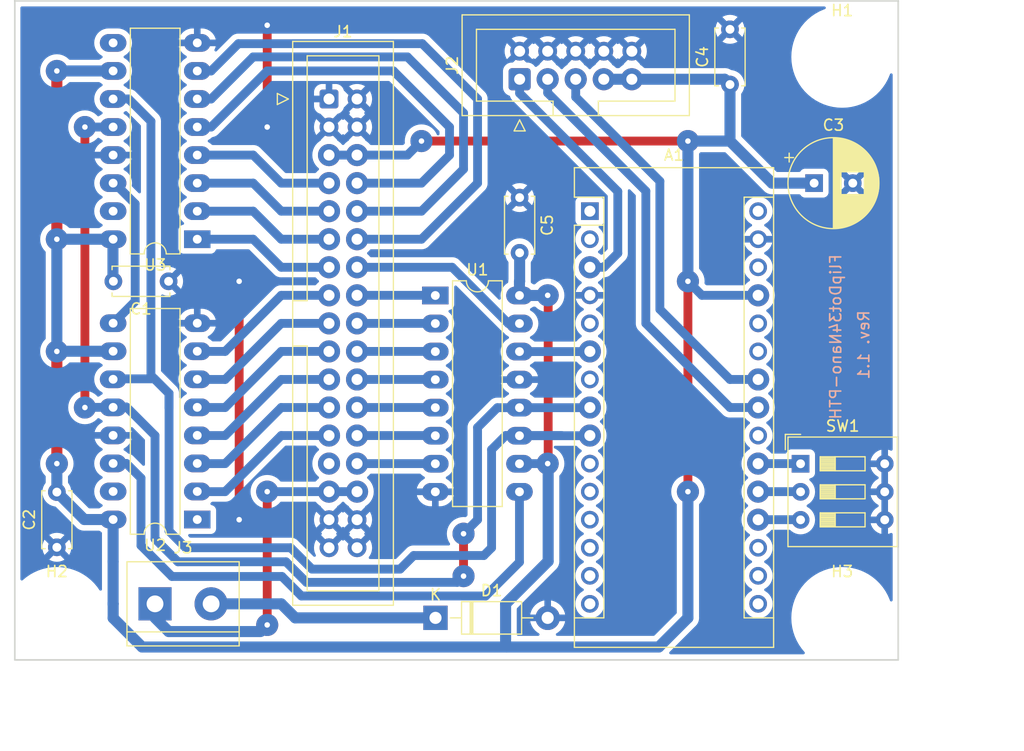
<source format=kicad_pcb>
(kicad_pcb (version 20221018) (generator pcbnew)
  (title_block (title "FlipDot34Nano-PTH") (date "2024-03-15") (rev "1.1"))
  (layers (0 "F.Cu" signal) (31 "B.Cu" signal) (34 "B.Paste" user) (35 "F.Paste" user) (36 "B.SilkS" user "B.Silkscreen") (37 "F.SilkS" user "F.Silkscreen") (38 "B.Mask" user) (39 "F.Mask" user) (44 "Edge.Cuts" user))
  (net 0 "")
  (net 5 "RESET")
  (net 6 "CFG-0")
  (net 7 "GND")
  (net 8 "CFG-1")
  (net 9 "ENABLE-X-1")
  (net 10 "CFG-2")
  (net 11 "ENABLE-X-2")
  (net 13 "ENABLE-X-3")
  (net 14 "SDA")
  (net 15 "ENABLE-X-4")
  (net 16 "SCL")
  (net 17 "ENABLE-X-5")
  (net 19 "ENABLE-X-6")
  (net 21 "ENABLE-X-7")
  (net 22 "Vin")
  (net 23 "ENABLE-X-8")
  (net 27 "A0-X")
  (net 28 "A1-X")
  (net 29 "A2-X")
  (net 30 "B0-X")
  (net 31 "B1-X")
  (net 32 "A0-Y")
  (net 33 "A1-Y")
  (net 34 "A2-Y")
  (net 35 "B0-Y")
  (net 36 "B1-Y")
  (net 38 "Net-(J1-Pad29)")
  (net 39 "DATA-X")
  (net 40 "ENABLE-Y-SET")
  (net 41 "ENABLE-Y-RESET")
  (net 42 "Net-(U1-Pad9)")
  (net 49 "Net-(U2-Pad9)")
  (net 53 "Net-(A1-Pad6)")
  (net 54 "Net-(A1-Pad8)")
  (net 55 "Net-(A1-Pad9)")
  (net 59 "Net-(D1-Pad1)")
  (footprint "Connector_IDC:IDC-Header_2x17_P2.54mm_Vertical" (layer "F.Cu") (at 114.8175 81.28)
    (fp_text reference "J1" (at 1.27 -6.1) (layer "F.SilkS"))
    (fp_text value "FlipDot matrix")
    (pad "1" thru_hole roundrect (at 0 0) (size 1.7 1.7) (drill 1) (layers "*.Cu" "*.Mask") (roundrect_rratio 0.1470588235) (net 7 "GND"))
    (pad "2" thru_hole circle (at 2.54 0) (size 1.7 1.7) (drill 1) (layers "*.Cu" "*.Mask") (net 7 "GND"))
    (pad "3" thru_hole circle (at 0 2.54) (size 1.7 1.7) (drill 1) (layers "*.Cu" "*.Mask") (net 7 "GND"))
    (pad "4" thru_hole circle (at 2.54 2.54) (size 1.7 1.7) (drill 1) (layers "*.Cu" "*.Mask") (net 7 "GND"))
    (pad "5" thru_hole circle (at 0 5.08) (size 2 2) (drill 1) (layers "*.Cu" "*.Mask") (net 22 "Vin"))
    (pad "6" thru_hole circle (at 2.54 5.08) (size 2 2) (drill 1) (layers "*.Cu" "*.Mask") (net 22 "Vin"))
    (pad "7" thru_hole circle (at 0 7.62) (size 2 2) (drill 1) (layers "*.Cu" "*.Mask") (net 27 "A0-X"))
    (pad "8" thru_hole circle (at 2.54 7.62) (size 2 2) (drill 1) (layers "*.Cu" "*.Mask") (net 39 "DATA-X"))
    (pad "9" thru_hole circle (at 0 10.16) (size 2 2) (drill 1) (layers "*.Cu" "*.Mask") (net 28 "A1-X"))
    (pad "10" thru_hole circle (at 2.54 10.16) (size 2 2) (drill 1) (layers "*.Cu" "*.Mask") (net 40 "ENABLE-Y-SET"))
    (pad "11" thru_hole circle (at 0 12.7) (size 2 2) (drill 1) (layers "*.Cu" "*.Mask") (net 29 "A2-X"))
    (pad "12" thru_hole circle (at 2.54 12.7) (size 2 2) (drill 1) (layers "*.Cu" "*.Mask") (net 41 "ENABLE-Y-RESET"))
    (pad "13" thru_hole circle (at 0 15.24) (size 2 2) (drill 1) (layers "*.Cu" "*.Mask") (net 30 "B0-X"))
    (pad "14" thru_hole circle (at 2.54 15.24) (size 2 2) (drill 1) (layers "*.Cu" "*.Mask") (net 9 "ENABLE-X-1"))
    (pad "15" thru_hole circle (at 0 17.78) (size 2 2) (drill 1) (layers "*.Cu" "*.Mask") (net 31 "B1-X"))
    (pad "16" thru_hole circle (at 2.54 17.78) (size 2 2) (drill 1) (layers "*.Cu" "*.Mask") (net 11 "ENABLE-X-2"))
    (pad "17" thru_hole circle (at 0 20.32) (size 2 2) (drill 1) (layers "*.Cu" "*.Mask") (net 32 "A0-Y"))
    (pad "18" thru_hole circle (at 2.54 20.32) (size 2 2) (drill 1) (layers "*.Cu" "*.Mask") (net 13 "ENABLE-X-3"))
    (pad "19" thru_hole circle (at 0 22.86) (size 2 2) (drill 1) (layers "*.Cu" "*.Mask") (net 33 "A1-Y"))
    (pad "20" thru_hole circle (at 2.54 22.86) (size 2 2) (drill 1) (layers "*.Cu" "*.Mask") (net 15 "ENABLE-X-4"))
    (pad "21" thru_hole circle (at 0 25.4) (size 2 2) (drill 1) (layers "*.Cu" "*.Mask") (net 34 "A2-Y"))
    (pad "22" thru_hole circle (at 2.54 25.4) (size 2 2) (drill 1) (layers "*.Cu" "*.Mask") (net 17 "ENABLE-X-5"))
    (pad "23" thru_hole circle (at 0 27.94) (size 2 2) (drill 1) (layers "*.Cu" "*.Mask") (net 35 "B0-Y"))
    (pad "24" thru_hole circle (at 2.54 27.94) (size 2 2) (drill 1) (layers "*.Cu" "*.Mask") (net 19 "ENABLE-X-6"))
    (pad "25" thru_hole circle (at 0 30.48) (size 2 2) (drill 1) (layers "*.Cu" "*.Mask") (net 36 "B1-Y"))
    (pad "26" thru_hole circle (at 2.54 30.48) (size 2 2) (drill 1) (layers "*.Cu" "*.Mask") (net 21 "ENABLE-X-7"))
    (pad "27" thru_hole circle (at 0 33.02) (size 2 2) (drill 1) (layers "*.Cu" "*.Mask"))
    (pad "28" thru_hole circle (at 2.54 33.02) (size 2 2) (drill 1) (layers "*.Cu" "*.Mask") (net 23 "ENABLE-X-8"))
    (pad "29" thru_hole circle (at 0 35.56) (size 2 2) (drill 1) (layers "*.Cu" "*.Mask") (net 38 "Net-(J1-Pad29)"))
    (pad "30" thru_hole circle (at 2.54 35.56) (size 2 2) (drill 1) (layers "*.Cu" "*.Mask") (net 38 "Net-(J1-Pad29)"))
    (pad "31" thru_hole circle (at 0 38.1) (size 1.7 1.7) (drill 1) (layers "*.Cu" "*.Mask") (net 7 "GND"))
    (pad "32" thru_hole circle (at 2.54 38.1) (size 1.7 1.7) (drill 1) (layers "*.Cu" "*.Mask") (net 7 "GND"))
    (pad "33" thru_hole circle (at 0 40.64) (size 1.7 1.7) (drill 1) (layers "*.Cu" "*.Mask") (net 7 "GND"))
    (pad "34" thru_hole circle (at 2.54 40.64) (size 1.7 1.7) (drill 1) (layers "*.Cu" "*.Mask") (net 7 "GND"))
  )
  (footprint "MountingHole:MountingHole_3.2mm_M3" (layer "F.Cu") (at 161.29 77.47)
    (fp_text reference "H1" (at 0 -4.2) (layer "F.SilkS"))
    (fp_text value "MountingHole")
    (pad "" np_thru_hole circle (at 0 0) (size 3.2 3.2) (drill 3.2) (layers "F&B.Cu" "*.Mask") (clearance 3))
  )
  (footprint "Connector_IDC:IDC-Header_2x05_P2.54mm_Vertical" (layer "F.Cu") (at 132.08 79.4925 90)
    (fp_text reference "J2" (at 1.27 -6.1 90) (layer "F.SilkS"))
    (fp_text value "I2C bus")
    (pad "1" thru_hole roundrect (at 0 0 90) (size 2 2) (drill 1) (layers "*.Cu" "*.Mask") (roundrect_rratio 0.147059) (net 5 "RESET"))
    (pad "2" thru_hole circle (at 2.54 0 90) (size 1.7 1.7) (drill 1) (layers "*.Cu" "*.Mask") (net 7 "GND"))
    (pad "3" thru_hole circle (at 0 2.54 90) (size 2 2) (drill 1) (layers "*.Cu" "*.Mask") (net 14 "SDA"))
    (pad "4" thru_hole circle (at 2.54 2.54 90) (size 1.7 1.7) (drill 1) (layers "*.Cu" "*.Mask") (net 7 "GND"))
    (pad "5" thru_hole circle (at 0 5.08 90) (size 2 2) (drill 1) (layers "*.Cu" "*.Mask") (net 16 "SCL"))
    (pad "6" thru_hole circle (at 2.54 5.08 90) (size 1.7 1.7) (drill 1) (layers "*.Cu" "*.Mask") (net 7 "GND"))
    (pad "7" thru_hole circle (at 0 7.62 90) (size 2 2) (drill 1) (layers "*.Cu" "*.Mask") (net 22 "Vin"))
    (pad "8" thru_hole circle (at 2.54 7.62 90) (size 1.7 1.7) (drill 1) (layers "*.Cu" "*.Mask") (net 7 "GND"))
    (pad "9" thru_hole circle (at 0 10.16 90) (size 2 2) (drill 1) (layers "*.Cu" "*.Mask") (net 22 "Vin"))
    (pad "10" thru_hole circle (at 2.54 10.16 90) (size 1.7 1.7) (drill 1) (layers "*.Cu" "*.Mask") (net 7 "GND"))
  )
  (footprint "Button_Switch_THT:SW_DIP_SPSTx03_Slide_9.78x9.8mm_W7.62mm_P2.54mm" (layer "F.Cu") (at 157.5225 114.315)
    (fp_text reference "SW1" (at 3.81 -3.42) (layer "F.SilkS"))
    (fp_text value "SW_DIP_x03")
    (pad "1" thru_hole rect (at 0 0) (size 1.6 1.6) (drill 0.8) (layers "*.Cu" "*.Mask") (net 10 "CFG-2"))
    (pad "2" thru_hole oval (at 0 2.54) (size 1.6 1.6) (drill 0.8) (layers "*.Cu" "*.Mask") (net 8 "CFG-1"))
    (pad "3" thru_hole oval (at 0 5.08) (size 1.6 1.6) (drill 0.8) (layers "*.Cu" "*.Mask") (net 6 "CFG-0"))
    (pad "4" thru_hole oval (at 7.62 5.08) (size 1.6 1.6) (drill 0.8) (layers "*.Cu" "*.Mask") (net 7 "GND"))
    (pad "5" thru_hole oval (at 7.62 2.54) (size 1.6 1.6) (drill 0.8) (layers "*.Cu" "*.Mask") (net 7 "GND"))
    (pad "6" thru_hole oval (at 7.62 0) (size 1.6 1.6) (drill 0.8) (layers "*.Cu" "*.Mask") (net 7 "GND"))
  )
  (footprint "Diode_THT:D_DO-41_SOD81_P10.16mm_Horizontal" (layer "F.Cu") (at 124.46 128.27)
    (fp_text reference "D1" (at 5.08 -2.47) (layer "F.SilkS"))
    (fp_text value "1N5819")
    (fp_text user "K" (at 0 -2.1) (layer "F.SilkS"))
    (pad "1" thru_hole rect (at 0 0) (size 2.2 2.2) (drill 1.1) (layers "*.Cu" "*.Mask") (net 59 "Net-(D1-Pad1)"))
    (pad "2" thru_hole oval (at 10.16 0) (size 2.2 2.2) (drill 1.1) (layers "*.Cu" "*.Mask") (net 7 "GND"))
  )
  (footprint "Package_DIP:DIP-16_W7.62mm_LongPads" (layer "F.Cu") (at 102.885 93.98 180)
    (fp_text reference "U3" (at 3.81 -2.33) (layer "F.SilkS"))
    (fp_text value "74HC595")
    (pad "1" thru_hole rect (at 0 0 180) (size 2.4 1.6) (drill 0.8) (layers "*.Cu" "*.Mask") (net 30 "B0-X"))
    (pad "2" thru_hole oval (at 0 2.54 180) (size 2.4 1.6) (drill 0.8) (layers "*.Cu" "*.Mask") (net 29 "A2-X"))
    (pad "3" thru_hole oval (at 0 5.08 180) (size 2.4 1.6) (drill 0.8) (layers "*.Cu" "*.Mask") (net 28 "A1-X"))
    (pad "4" thru_hole oval (at 0 7.62 180) (size 2.4 1.6) (drill 0.8) (layers "*.Cu" "*.Mask") (net 27 "A0-X"))
    (pad "5" thru_hole oval (at 0 10.16 180) (size 2.4 1.6) (drill 0.8) (layers "*.Cu" "*.Mask") (net 39 "DATA-X"))
    (pad "6" thru_hole oval (at 0 12.7 180) (size 2.4 1.6) (drill 0.8) (layers "*.Cu" "*.Mask") (net 40 "ENABLE-Y-SET"))
    (pad "7" thru_hole oval (at 0 15.24 180) (size 2.4 1.6) (drill 0.8) (layers "*.Cu" "*.Mask") (net 41 "ENABLE-Y-RESET"))
    (pad "8" thru_hole oval (at 0 17.78 180) (size 2.4 1.6) (drill 0.8) (layers "*.Cu" "*.Mask") (net 7 "GND"))
    (pad "9" thru_hole oval (at 7.62 17.78 180) (size 2.4 1.6) (drill 0.8) (layers "*.Cu" "*.Mask"))
    (pad "10" thru_hole oval (at 7.62 15.24 180) (size 2.4 1.6) (drill 0.8) (layers "*.Cu" "*.Mask") (net 22 "Vin"))
    (pad "11" thru_hole oval (at 7.62 12.7 180) (size 2.4 1.6) (drill 0.8) (layers "*.Cu" "*.Mask") (net 55 "Net-(A1-Pad9)"))
    (pad "12" thru_hole oval (at 7.62 10.16 180) (size 2.4 1.6) (drill 0.8) (layers "*.Cu" "*.Mask") (net 54 "Net-(A1-Pad8)"))
    (pad "13" thru_hole oval (at 7.62 7.62 180) (size 2.4 1.6) (drill 0.8) (layers "*.Cu" "*.Mask") (net 7 "GND"))
    (pad "14" thru_hole oval (at 7.62 5.08 180) (size 2.4 1.6) (drill 0.8) (layers "*.Cu" "*.Mask") (net 49 "Net-(U2-Pad9)"))
    (pad "15" thru_hole oval (at 7.62 2.54 180) (size 2.4 1.6) (drill 0.8) (layers "*.Cu" "*.Mask"))
    (pad "16" thru_hole oval (at 7.62 0 180) (size 2.4 1.6) (drill 0.8) (layers "*.Cu" "*.Mask") (net 22 "Vin"))
  )
  (footprint "Capacitor_THT:CP_Radial_D8.0mm_P3.50mm" (layer "F.Cu") (at 158.75 88.9)
    (fp_text reference "C3" (at 1.75 -5.25) (layer "F.SilkS"))
    (fp_text value "100uF")
    (pad "1" thru_hole rect (at 0 0) (size 1.6 1.6) (drill 0.8) (layers "*.Cu" "*.Mask") (net 22 "Vin"))
    (pad "2" thru_hole circle (at 3.5 0) (size 1.6 1.6) (drill 0.8) (layers "*.Cu" "*.Mask") (net 7 "GND"))
  )
  (footprint "MountingHole:MountingHole_3.2mm_M3" (layer "F.Cu") (at 161.29 128.27)
    (fp_text reference "H3" (at 0 -4.2) (layer "F.SilkS"))
    (fp_text value "MountingHole")
    (pad "" np_thru_hole circle (at 0 0) (size 3.2 3.2) (drill 3.2) (layers "F&B.Cu" "*.Mask") (clearance 3))
  )
  (footprint "Capacitor_THT:C_Disc_D5.0mm_W2.5mm_P5.00mm" (layer "F.Cu") (at 151.13 79.97 90)
    (fp_text reference "C4" (at 2.5 -2.5 90) (layer "F.SilkS"))
    (fp_text value "100n")
    (pad "1" thru_hole circle (at 0 0 90) (size 1.6 1.6) (drill 0.8) (layers "*.Cu" "*.Mask") (net 22 "Vin"))
    (pad "2" thru_hole circle (at 5 0 90) (size 1.6 1.6) (drill 0.8) (layers "*.Cu" "*.Mask") (net 7 "GND"))
  )
  (footprint "Package_DIP:DIP-16_W7.62mm_LongPads" (layer "F.Cu") (at 102.885 119.365 180)
    (fp_text reference "U2" (at 3.81 -2.33) (layer "F.SilkS"))
    (fp_text value "74HC595")
    (pad "1" thru_hole rect (at 0 0 180) (size 2.4 1.6) (drill 0.8) (layers "*.Cu" "*.Mask"))
    (pad "2" thru_hole oval (at 0 2.54 180) (size 2.4 1.6) (drill 0.8) (layers "*.Cu" "*.Mask") (net 36 "B1-Y"))
    (pad "3" thru_hole oval (at 0 5.08 180) (size 2.4 1.6) (drill 0.8) (layers "*.Cu" "*.Mask") (net 35 "B0-Y"))
    (pad "4" thru_hole oval (at 0 7.62 180) (size 2.4 1.6) (drill 0.8) (layers "*.Cu" "*.Mask") (net 34 "A2-Y"))
    (pad "5" thru_hole oval (at 0 10.16 180) (size 2.4 1.6) (drill 0.8) (layers "*.Cu" "*.Mask") (net 33 "A1-Y"))
    (pad "6" thru_hole oval (at 0 12.7 180) (size 2.4 1.6) (drill 0.8) (layers "*.Cu" "*.Mask") (net 32 "A0-Y"))
    (pad "7" thru_hole oval (at 0 15.24 180) (size 2.4 1.6) (drill 0.8) (layers "*.Cu" "*.Mask") (net 31 "B1-X"))
    (pad "8" thru_hole oval (at 0 17.78 180) (size 2.4 1.6) (drill 0.8) (layers "*.Cu" "*.Mask") (net 7 "GND"))
    (pad "9" thru_hole oval (at 7.62 17.78 180) (size 2.4 1.6) (drill 0.8) (layers "*.Cu" "*.Mask") (net 49 "Net-(U2-Pad9)"))
    (pad "10" thru_hole oval (at 7.62 15.24 180) (size 2.4 1.6) (drill 0.8) (layers "*.Cu" "*.Mask") (net 22 "Vin"))
    (pad "11" thru_hole oval (at 7.62 12.7 180) (size 2.4 1.6) (drill 0.8) (layers "*.Cu" "*.Mask") (net 55 "Net-(A1-Pad9)"))
    (pad "12" thru_hole oval (at 7.62 10.16 180) (size 2.4 1.6) (drill 0.8) (layers "*.Cu" "*.Mask") (net 54 "Net-(A1-Pad8)"))
    (pad "13" thru_hole oval (at 7.62 7.62 180) (size 2.4 1.6) (drill 0.8) (layers "*.Cu" "*.Mask") (net 7 "GND"))
    (pad "14" thru_hole oval (at 7.62 5.08 180) (size 2.4 1.6) (drill 0.8) (layers "*.Cu" "*.Mask") (net 42 "Net-(U1-Pad9)"))
    (pad "15" thru_hole oval (at 7.62 2.54 180) (size 2.4 1.6) (drill 0.8) (layers "*.Cu" "*.Mask"))
    (pad "16" thru_hole oval (at 7.62 0 180) (size 2.4 1.6) (drill 0.8) (layers "*.Cu" "*.Mask") (net 22 "Vin"))
  )
  (footprint "Module:Arduino_Nano" (layer "F.Cu") (at 138.44 91.44)
    (fp_text reference "A1" (at 7.62 -5.08) (layer "F.SilkS"))
    (fp_text value "Arduino_Nano_v3.x")
    (pad "1" thru_hole rect (at 0 0) (size 1.6 1.6) (drill 1) (layers "*.Cu" "*.Mask"))
    (pad "2" thru_hole oval (at 0 2.54) (size 1.6 1.6) (drill 1) (layers "*.Cu" "*.Mask"))
    (pad "3" thru_hole oval (at 0 5.08) (size 2 2) (drill 1) (layers "*.Cu" "*.Mask") (net 5 "RESET"))
    (pad "4" thru_hole oval (at 0 7.62) (size 1.6 1.6) (drill 1) (layers "*.Cu" "*.Mask") (net 7 "GND"))
    (pad "5" thru_hole oval (at 0 10.16) (size 1.6 1.6) (drill 1) (layers "*.Cu" "*.Mask"))
    (pad "6" thru_hole oval (at 0 12.7) (size 2 2) (drill 1) (layers "*.Cu" "*.Mask") (net 53 "Net-(A1-Pad6)"))
    (pad "7" thru_hole oval (at 0 15.24) (size 1.6 1.6) (drill 1) (layers "*.Cu" "*.Mask"))
    (pad "8" thru_hole oval (at 0 17.78) (size 2 2) (drill 1) (layers "*.Cu" "*.Mask") (net 54 "Net-(A1-Pad8)"))
    (pad "9" thru_hole oval (at 0 20.32) (size 2 2) (drill 1) (layers "*.Cu" "*.Mask") (net 55 "Net-(A1-Pad9)"))
    (pad "10" thru_hole oval (at 0 22.86) (size 1.6 1.6) (drill 1) (layers "*.Cu" "*.Mask"))
    (pad "11" thru_hole oval (at 0 25.4) (size 1.6 1.6) (drill 1) (layers "*.Cu" "*.Mask"))
    (pad "12" thru_hole oval (at 0 27.94) (size 1.6 1.6) (drill 1) (layers "*.Cu" "*.Mask"))
    (pad "13" thru_hole oval (at 0 30.48) (size 1.6 1.6) (drill 1) (layers "*.Cu" "*.Mask"))
    (pad "14" thru_hole oval (at 0 33.02) (size 1.6 1.6) (drill 1) (layers "*.Cu" "*.Mask"))
    (pad "15" thru_hole oval (at 0 35.56) (size 1.6 1.6) (drill 1) (layers "*.Cu" "*.Mask"))
    (pad "16" thru_hole oval (at 15.24 35.56) (size 1.6 1.6) (drill 1) (layers "*.Cu" "*.Mask"))
    (pad "17" thru_hole oval (at 15.24 33.02) (size 1.6 1.6) (drill 1) (layers "*.Cu" "*.Mask"))
    (pad "18" thru_hole oval (at 15.24 30.48) (size 1.6 1.6) (drill 1) (layers "*.Cu" "*.Mask"))
    (pad "19" thru_hole oval (at 15.24 27.94) (size 2 2) (drill 1) (layers "*.Cu" "*.Mask") (net 6 "CFG-0"))
    (pad "20" thru_hole oval (at 15.24 25.4) (size 2 2) (drill 1) (layers "*.Cu" "*.Mask") (net 8 "CFG-1"))
    (pad "21" thru_hole oval (at 15.24 22.86) (size 2 2) (drill 1) (layers "*.Cu" "*.Mask") (net 10 "CFG-2"))
    (pad "22" thru_hole oval (at 15.24 20.32) (size 1.6 1.6) (drill 1) (layers "*.Cu" "*.Mask"))
    (pad "23" thru_hole oval (at 15.24 17.78) (size 2 2) (drill 1) (layers "*.Cu" "*.Mask") (net 14 "SDA"))
    (pad "24" thru_hole oval (at 15.24 15.24) (size 2 2) (drill 1) (layers "*.Cu" "*.Mask") (net 16 "SCL"))
    (pad "25" thru_hole oval (at 15.24 12.7) (size 1.6 1.6) (drill 1) (layers "*.Cu" "*.Mask"))
    (pad "26" thru_hole oval (at 15.24 10.16) (size 1.6 1.6) (drill 1) (layers "*.Cu" "*.Mask"))
    (pad "27" thru_hole oval (at 15.24 7.62) (size 2 2) (drill 1) (layers "*.Cu" "*.Mask") (net 22 "Vin"))
    (pad "28" thru_hole oval (at 15.24 5.08) (size 1.6 1.6) (drill 1) (layers "*.Cu" "*.Mask"))
    (pad "29" thru_hole oval (at 15.24 2.54) (size 1.6 1.6) (drill 1) (layers "*.Cu" "*.Mask") (net 7 "GND"))
    (pad "30" thru_hole oval (at 15.24 0) (size 1.6 1.6) (drill 1) (layers "*.Cu" "*.Mask"))
  )
  (footprint "Capacitor_THT:C_Disc_D5.0mm_W2.5mm_P5.00mm" (layer "F.Cu") (at 132.08 90.21 -90)
    (fp_text reference "C5" (at 2.5 -2.5 90) (layer "F.SilkS"))
    (fp_text value "100n")
    (pad "1" thru_hole circle (at 0 0 270) (size 1.6 1.6) (drill 0.8) (layers "*.Cu" "*.Mask") (net 7 "GND"))
    (pad "2" thru_hole circle (at 5 0 270) (size 1.6 1.6) (drill 0.8) (layers "*.Cu" "*.Mask") (net 22 "Vin"))
  )
  (footprint "TerminalBlock:TerminalBlock_bornier-2_P5.08mm" (layer "F.Cu") (at 99.06 127)
    (fp_text reference "J3" (at 2.54 -5.08) (layer "F.SilkS"))
    (fp_text value "Power 24V")
    (pad "1" thru_hole rect (at 0 0) (size 3 3) (drill 1.52) (layers "*.Cu" "*.Mask") (net 38 "Net-(J1-Pad29)"))
    (pad "2" thru_hole circle (at 5.08 0) (size 3 3) (drill 1.52) (layers "*.Cu" "*.Mask") (net 59 "Net-(D1-Pad1)"))
  )
  (footprint "Capacitor_THT:C_Disc_D5.0mm_W2.5mm_P5.00mm" (layer "F.Cu") (at 90.17 121.88 90)
    (fp_text reference "C2" (at 2.5 -2.5 90) (layer "F.SilkS"))
    (fp_text value "100n")
    (pad "1" thru_hole circle (at 0 0 90) (size 1.6 1.6) (drill 0.8) (layers "*.Cu" "*.Mask") (net 7 "GND"))
    (pad "2" thru_hole circle (at 5 0 90) (size 1.6 1.6) (drill 0.8) (layers "*.Cu" "*.Mask") (net 22 "Vin"))
  )
  (footprint "Capacitor_THT:C_Disc_D5.0mm_W2.5mm_P5.00mm" (layer "F.Cu") (at 100.29 97.79 180)
    (fp_text reference "C1" (at 2.5 -2.5 180) (layer "F.SilkS"))
    (fp_text value "100n")
    (pad "1" thru_hole circle (at 0 0 180) (size 1.6 1.6) (drill 0.8) (layers "*.Cu" "*.Mask") (net 7 "GND"))
    (pad "2" thru_hole circle (at 5 0 180) (size 1.6 1.6) (drill 0.8) (layers "*.Cu" "*.Mask") (net 22 "Vin"))
  )
  (footprint "MountingHole:MountingHole_3.2mm_M3" (layer "F.Cu") (at 90.17 128.27)
    (fp_text reference "H2" (at 0 -4.2) (layer "F.SilkS"))
    (fp_text value "MountingHole")
    (pad "" np_thru_hole circle (at 0 0) (size 3.2 3.2) (drill 3.2) (layers "F&B.Cu" "*.Mask") (clearance 3))
  )
  (footprint "Package_DIP:DIP-16_W7.62mm_LongPads" (layer "F.Cu") (at 124.445 99.075)
    (fp_text reference "U1" (at 3.81 -2.33) (layer "F.SilkS"))
    (fp_text value "74HC595")
    (pad "1" thru_hole rect (at 0 0) (size 2.4 1.6) (drill 0.8) (layers "*.Cu" "*.Mask") (net 11 "ENABLE-X-2"))
    (pad "2" thru_hole oval (at 0 2.54) (size 2.4 1.6) (drill 0.8) (layers "*.Cu" "*.Mask") (net 13 "ENABLE-X-3"))
    (pad "3" thru_hole oval (at 0 5.08) (size 2.4 1.6) (drill 0.8) (layers "*.Cu" "*.Mask") (net 15 "ENABLE-X-4"))
    (pad "4" thru_hole oval (at 0 7.62) (size 2.4 1.6) (drill 0.8) (layers "*.Cu" "*.Mask") (net 17 "ENABLE-X-5"))
    (pad "5" thru_hole oval (at 0 10.16) (size 2.4 1.6) (drill 0.8) (layers "*.Cu" "*.Mask") (net 19 "ENABLE-X-6"))
    (pad "6" thru_hole oval (at 0 12.7) (size 2.4 1.6) (drill 0.8) (layers "*.Cu" "*.Mask") (net 21 "ENABLE-X-7"))
    (pad "7" thru_hole oval (at 0 15.24) (size 2.4 1.6) (drill 0.8) (layers "*.Cu" "*.Mask") (net 23 "ENABLE-X-8"))
    (pad "8" thru_hole oval (at 0 17.78) (size 2.4 1.6) (drill 0.8) (layers "*.Cu" "*.Mask") (net 7 "GND"))
    (pad "9" thru_hole oval (at 7.62 17.78) (size 2.4 1.6) (drill 0.8) (layers "*.Cu" "*.Mask") (net 42 "Net-(U1-Pad9)"))
    (pad "10" thru_hole oval (at 7.62 15.24) (size 2.4 1.6) (drill 0.8) (layers "*.Cu" "*.Mask") (net 22 "Vin"))
    (pad "11" thru_hole oval (at 7.62 12.7) (size 2.4 1.6) (drill 0.8) (layers "*.Cu" "*.Mask") (net 55 "Net-(A1-Pad9)"))
    (pad "12" thru_hole oval (at 7.62 10.16) (size 2.4 1.6) (drill 0.8) (layers "*.Cu" "*.Mask") (net 54 "Net-(A1-Pad8)"))
    (pad "13" thru_hole oval (at 7.62 7.62) (size 2.4 1.6) (drill 0.8) (layers "*.Cu" "*.Mask") (net 7 "GND"))
    (pad "14" thru_hole oval (at 7.62 5.08) (size 2.4 1.6) (drill 0.8) (layers "*.Cu" "*.Mask") (net 53 "Net-(A1-Pad6)"))
    (pad "15" thru_hole oval (at 7.62 2.54) (size 2.4 1.6) (drill 0.8) (layers "*.Cu" "*.Mask") (net 9 "ENABLE-X-1"))
    (pad "16" thru_hole oval (at 7.62 0) (size 2.4 1.6) (drill 0.8) (layers "*.Cu" "*.Mask") (net 22 "Vin"))
  )
  (gr_rect (start 86.36 72.39) (end 166.37 132.08) (stroke (width 0.15)) (fill none) (layer "Edge.Cuts"))
  (gr_text "${TITLE}" (at 161.29 95.25 90) (layer "B.SilkS") (effects (font (size 1 1)) (justify left bottom mirror)))
  (gr_text "Rev. ${REVISION}" (at 163.83 100.33 90) (layer "B.SilkS") (effects (font (size 1 1)) (justify left bottom mirror)))
  (segment (start 139.7 96.52) (end 138.43 96.52) (width 0.8) (layer "B.Cu") (net 5))
  (segment (start 140.97 89.652549) (end 140.97 95.25) (width 0.8) (layer "B.Cu") (net 5))
  (segment (start 132.08 80.762549) (end 140.97 89.652549) (width 0.8) (layer "B.Cu") (net 5))
  (segment (start 140.97 95.25) (end 139.7 96.52) (width 0.8) (layer "B.Cu") (net 5))
  (segment (start 132.08 79.4925) (end 132.08 80.762549) (width 0.8) (layer "B.Cu") (net 5))
  (segment (start 153.68 119.38) (end 157.5075 119.38) (width 0.8) (layer "B.Cu") (net 6))
  (segment (start 157.5075 119.38) (end 157.5225 119.395) (width 0.8) (layer "B.Cu") (net 6))
  (segment (start 109.22 74.6005) (end 109.22 83.82) (width 0.8) (layer "F.Cu") (net 7))
  (segment (start 106.68 97.79) (end 106.68 119.38) (width 0.8) (layer "F.Cu") (net 7))
  (via (at 106.68 97.79) (size 1.6) (drill 0.5) (layers "F.Cu" "B.Cu") (net 7))
  (via (at 106.68 119.38) (size 1.6) (drill 0.5) (layers "F.Cu" "B.Cu") (net 7))
  (via (at 109.22 83.82) (size 1.6) (drill 0.5) (layers "F.Cu" "B.Cu") (net 7))
  (via (at 109.22 74.6005) (size 1.6) (drill 0.5) (layers "F.Cu" "B.Cu") (net 7))
  (segment (start 153.68 116.84) (end 157.5075 116.84) (width 0.8) (layer "B.Cu") (net 8))
  (segment (start 157.5075 116.84) (end 157.5225 116.855) (width 0.8) (layer "B.Cu") (net 8))
  (segment (start 117.3575 96.52) (end 125.967949 96.52) (width 0.8) (layer "B.Cu") (net 9))
  (segment (start 125.967949 96.52) (end 131.062949 101.615) (width 0.8) (layer "B.Cu") (net 9))
  (segment (start 131.062949 101.615) (end 132.065 101.615) (width 0.8) (layer "B.Cu") (net 9))
  (segment (start 157.5075 114.3) (end 157.5225 114.315) (width 0.8) (layer "B.Cu") (net 10))
  (segment (start 153.68 114.3) (end 157.5075 114.3) (width 0.8) (layer "B.Cu") (net 10))
  (segment (start 124.43 99.06) (end 124.445 99.075) (width 0.8) (layer "B.Cu") (net 11))
  (segment (start 117.3575 99.06) (end 124.43 99.06) (width 0.8) (layer "B.Cu") (net 11))
  (segment (start 117.3575 101.6) (end 124.43 101.6) (width 0.8) (layer "B.Cu") (net 13))
  (segment (start 124.43 101.6) (end 124.445 101.615) (width 0.8) (layer "B.Cu") (net 13))
  (segment (start 134.62 79.4925) (end 134.62 80.729819) (width 0.8) (layer "B.Cu") (net 14))
  (segment (start 143.51 89.619819) (end 143.51 101.6) (width 0.8) (layer "B.Cu") (net 14))
  (segment (start 151.13 109.22) (end 153.68 109.22) (width 0.8) (layer "B.Cu") (net 14))
  (segment (start 143.51 101.6) (end 151.13 109.22) (width 0.8) (layer "B.Cu") (net 14))
  (segment (start 134.62 80.729819) (end 143.51 89.619819) (width 0.8) (layer "B.Cu") (net 14))
  (segment (start 117.3575 104.14) (end 124.43 104.14) (width 0.8) (layer "B.Cu") (net 15))
  (segment (start 124.43 104.14) (end 124.445 104.155) (width 0.8) (layer "B.Cu") (net 15))
  (segment (start 137.16 81.103444) (end 144.78 88.723444) (width 0.8) (layer "B.Cu") (net 16))
  (segment (start 144.78 88.723444) (end 144.78 100.33) (width 0.8) (layer "B.Cu") (net 16))
  (segment (start 137.16 79.4925) (end 137.16 81.103444) (width 0.8) (layer "B.Cu") (net 16))
  (segment (start 144.78 100.33) (end 151.13 106.68) (width 0.8) (layer "B.Cu") (net 16))
  (segment (start 151.13 106.68) (end 153.68 106.68) (width 0.8) (layer "B.Cu") (net 16))
  (segment (start 124.43 106.68) (end 124.445 106.695) (width 0.8) (layer "B.Cu") (net 17))
  (segment (start 117.3575 106.68) (end 124.43 106.68) (width 0.8) (layer "B.Cu") (net 17))
  (segment (start 124.43 109.22) (end 124.445 109.235) (width 0.8) (layer "B.Cu") (net 19))
  (segment (start 117.3575 109.22) (end 124.43 109.22) (width 0.8) (layer "B.Cu") (net 19))
  (segment (start 117.3575 111.76) (end 124.43 111.76) (width 0.8) (layer "B.Cu") (net 21))
  (segment (start 124.43 111.76) (end 124.445 111.775) (width 0.8) (layer "B.Cu") (net 21))
  (segment (start 90.17 114.3) (end 90.17 104.14) (width 1) (layer "F.Cu") (net 22))
  (segment (start 147.32 116.84) (end 147.32 97.79) (width 0.8) (layer "F.Cu") (net 22))
  (segment (start 90.17 93.98) (end 90.17 78.74) (width 1) (layer "F.Cu") (net 22))
  (segment (start 123.19 85.09) (end 147.32 85.09) (width 0.8) (layer "F.Cu") (net 22))
  (segment (start 134.62 99.06) (end 134.664447 99.104447) (width 0.8) (layer "F.Cu") (net 22))
  (segment (start 134.664447 99.104447) (end 134.664447 114.3) (width 0.8) (layer "F.Cu") (net 22))
  (via (at 123.19 85.09) (size 2) (drill 0.5) (layers "F.Cu" "B.Cu") (net 22))
  (via (at 134.62 114.3) (size 2) (drill 0.5) (layers "F.Cu" "B.Cu") (net 22))
  (via (at 90.17 114.3) (size 2) (drill 0.5) (layers "F.Cu" "B.Cu") (net 22))
  (via (at 134.62 99.06) (size 2) (drill 0.5) (layers "F.Cu" "B.Cu") (net 22))
  (via (at 90.17 93.98) (size 2) (drill 0.5) (layers "F.Cu" "B.Cu") (net 22))
  (via (at 90.17 104.14) (size 2) (drill 0.5) (layers "F.Cu" "B.Cu") (net 22))
  (via (at 147.32 85.09) (size 2) (drill 0.5) (layers "F.Cu" "B.Cu") (net 22))
  (via (at 147.32 116.84) (size 2) (drill 0.5) (layers "F.Cu" "B.Cu") (net 22))
  (via (at 147.32 97.79) (size 2) (drill 0.5) (layers "F.Cu" "B.Cu") (net 22))
  (via (at 90.17 78.74) (size 2) (drill 0.5) (layers "F.Cu" "B.Cu") (net 22))
  (segment (start 97.89 130.91) (end 130.91 130.91) (width 1) (layer "B.Cu") (net 22))
  (segment (start 154.94 88.9) (end 158.75 88.9) (width 1) (layer "B.Cu") (net 22))
  (segment (start 114.8175 86.36) (end 117.3575 86.36) (width 0.8) (layer "B.Cu") (net 22))
  (segment (start 95.25 94.035) (end 95.25 97.75) (width 1) (layer "B.Cu") (net 22))
  (segment (start 130.91 130.91) (end 130.81 130.81) (width 1) (layer "B.Cu") (net 22))
  (segment (start 150.6525 79.4925) (end 151.13 79.97) (width 1) (layer "B.Cu") (net 22))
  (segment (start 134.62 99.06) (end 134.605 99.075) (width 1) (layer "B.Cu") (net 22))
  (segment (start 147.32 97.79) (end 148.59 99.06) (width 0.8) (layer "B.Cu") (net 22))
  (segment (start 134.605 99.075) (end 132.065 99.075) (width 1) (layer "B.Cu") (net 22))
  (segment (start 147.32 85.09) (end 151.13 85.09) (width 1) (layer "B.Cu") (net 22))
  (segment (start 148.59 99.06) (end 153.68 99.06) (width 0.8) (layer "B.Cu") (net 22))
  (segment (start 90.17 116.88) (end 92.655 119.365) (width 1) (layer "B.Cu") (net 22))
  (segment (start 95.25 94.035) (end 95.25 93.995) (width 0.8) (layer "B.Cu") (net 22))
  (segment (start 132.08 97.79) (end 132.065 97.805) (width 1) (layer "B.Cu") (net 22))
  (segment (start 95.265 119.365) (end 95.265 123.175) (width 1) (layer "B.Cu") (net 22))
  (segment (start 121.92 86.36) (end 117.3575 86.36) (width 0.8) (layer "B.Cu") (net 22))
  (segment (start 90.185 104.125) (end 95.265 104.125) (width 1) (layer "B.Cu") (net 22))
  (segment (start 130.81 127) (end 134.664447 123.145553) (width 1) (layer "B.Cu") (net 22))
  (segment (start 147.32 128.27) (end 147.32 116.84) (width 1) (layer "B.Cu") (net 22))
  (segment (start 95.265 123.175) (end 95.265 126.995479) (width 1) (layer "B.Cu") (net 22))
  (segment (start 134.664447 114.3) (end 132.08 114.3) (width 0.8) (layer "B.Cu") (net 22))
  (segment (start 134.664447 123.145553) (end 134.664447 114.3) (width 1) (layer "B.Cu") (net 22))
  (segment (start 90.17 78.74) (end 95.265 78.74) (width 1) (layer "B.Cu") (net 22))
  (segment (start 147.32 85.09) (end 147.32 97.79) (width 1) (layer "B.Cu") (net 22))
  (segment (start 123.19 85.09) (end 121.92 86.36) (width 0.8) (layer "B.Cu") (net 22))
  (segment (start 132.065 97.805) (end 132.065 99.075) (width 1) (layer "B.Cu") (net 22))
  (segment (start 142.24 79.4925) (end 150.6525 79.4925) (width 1) (layer "B.Cu") (net 22))
  (segment (start 151.13 79.97) (end 151.13 85.09) (width 1) (layer "B.Cu") (net 22))
  (segment (start 130.81 130.81) (end 130.81 127) (width 1) (layer "B.Cu") (net 22))
  (segment (start 90.17 93.98) (end 95.265 93.98) (width 1) (layer "B.Cu") (net 22))
  (segment (start 144.68 130.91) (end 147.32 128.27) (width 1) (layer "B.Cu") (net 22))
  (segment (start 95.269521 128.289521) (end 97.89 130.91) (width 1) (layer "B.Cu") (net 22))
  (segment (start 132.08 95.25) (end 132.08 97.79) (width 1) (layer "B.Cu") (net 22))
  (segment (start 90.17 114.3) (end 90.17 116.88) (width 1) (layer "B.Cu") (net 22))
  (segment (start 132.08 114.3) (end 132.065 114.315) (width 0.8) (layer "B.Cu") (net 22))
  (segment (start 90.17 104.14) (end 90.185 104.125) (width 1) (layer "B.Cu") (net 22))
  (segment (start 90.17 93.98) (end 90.17 104.14) (width 1) (layer "B.Cu") (net 22))
  (segment (start 95.25 93.995) (end 95.265 93.98) (width 0.8) (layer "B.Cu") (net 22))
  (segment (start 139.7 79.4925) (end 142.24 79.4925) (width 1) (layer "B.Cu") (net 22))
  (segment (start 130.91 130.91) (end 144.68 130.91) (width 1) (layer "B.Cu") (net 22))
  (segment (start 132.08 95.25) (end 132.08 95.21) (width 0.8) (layer "B.Cu") (net 22))
  (segment (start 92.655 119.365) (end 95.265 119.365) (width 1) (layer "B.Cu") (net 22))
  (segment (start 95.25 97.75) (end 95.29 97.79) (width 1) (layer "B.Cu") (net 22))
  (segment (start 151.13 85.09) (end 154.94 88.9) (width 1) (layer "B.Cu") (net 22))
  (segment (start 95.269521 127) (end 95.269521 128.289521) (width 1) (layer "B.Cu") (net 22))
  (segment (start 95.265 126.995479) (end 95.269521 127) (width 1) (layer "B.Cu") (net 22))
  (segment (start 117.3575 114.3) (end 124.43 114.3) (width 0.8) (layer "B.Cu") (net 23))
  (segment (start 124.43 114.3) (end 124.445 114.315) (width 0.8) (layer "B.Cu") (net 23))
  (segment (start 102.87 86.36) (end 107.95 86.36) (width 0.8) (layer "B.Cu") (net 27))
  (segment (start 110.49 88.9) (end 114.8175 88.9) (width 0.8) (layer "B.Cu") (net 27))
  (segment (start 107.95 86.36) (end 110.49 88.9) (width 0.8) (layer "B.Cu") (net 27))
  (segment (start 102.87 88.9) (end 107.95 88.9) (width 0.8) (layer "B.Cu") (net 28))
  (segment (start 110.49 91.44) (end 114.8175 91.44) (width 0.8) (layer "B.Cu") (net 28))
  (segment (start 107.95 88.9) (end 110.49 91.44) (width 0.8) (layer "B.Cu") (net 28))
  (segment (start 107.95 91.44) (end 110.49 93.98) (width 0.8) (layer "B.Cu") (net 29))
  (segment (start 102.87 91.44) (end 107.95 91.44) (width 0.8) (layer "B.Cu") (net 29))
  (segment (start 110.49 93.98) (end 114.8175 93.98) (width 0.8) (layer "B.Cu") (net 29))
  (segment (start 110.49 96.52) (end 114.8175 96.52) (width 0.8) (layer "B.Cu") (net 30))
  (segment (start 107.95 93.98) (end 110.49 96.52) (width 0.8) (layer "B.Cu") (net 30))
  (segment (start 102.87 93.98) (end 107.95 93.98) (width 0.8) (layer "B.Cu") (net 30))
  (segment (start 110.49 99.06) (end 105.41 104.14) (width 0.8) (layer "B.Cu") (net 31))
  (segment (start 105.41 104.14) (end 102.885 104.14) (width 0.8) (layer "B.Cu") (net 31))
  (segment (start 114.8175 99.06) (end 110.49 99.06) (width 0.8) (layer "B.Cu") (net 31))
  (segment (start 105.41 106.68) (end 110.49 101.6) (width 0.8) (layer "B.Cu") (net 32))
  (segment (start 102.885 106.68) (end 105.41 106.68) (width 0.8) (layer "B.Cu") (net 32))
  (segment (start 110.49 101.6) (end 114.8175 101.6) (width 0.8) (layer "B.Cu") (net 32))
  (segment (start 102.885 109.22) (end 105.41 109.22) (width 0.8) (layer "B.Cu") (net 33))
  (segment (start 110.49 104.14) (end 114.8175 104.14) (width 0.8) (layer "B.Cu") (net 33))
  (segment (start 105.41 109.22) (end 110.49 104.14) (width 0.8) (layer "B.Cu") (net 33))
  (segment (start 102.885 111.76) (end 105.41 111.76) (width 0.8) (layer "B.Cu") (net 34))
  (segment (start 110.49 106.68) (end 114.8175 106.68) (width 0.8) (layer "B.Cu") (net 34))
  (segment (start 105.41 111.76) (end 110.49 106.68) (width 0.8) (layer "B.Cu") (net 34))
  (segment (start 102.885 114.3) (end 105.41 114.3) (width 0.8) (layer "B.Cu") (net 35))
  (segment (start 110.49 109.22) (end 114.8175 109.22) (width 0.8) (layer "B.Cu") (net 35))
  (segment (start 105.41 114.3) (end 110.49 109.22) (width 0.8) (layer "B.Cu") (net 35))
  (segment (start 105.41 116.84) (end 102.885 116.84) (width 0.8) (layer "B.Cu") (net 36))
  (segment (start 110.49 111.76) (end 105.41 116.84) (width 0.8) (layer "B.Cu") (net 36))
  (segment (start 114.8175 111.76) (end 110.49 111.76) (width 0.8) (layer "B.Cu") (net 36))
  (segment (start 109.22 116.84) (end 109.22 128.9105) (width 0.8) (layer "F.Cu") (net 38))
  (via (at 109.22 128.9105) (size 2) (drill 0.5) (layers "F.Cu" "B.Cu") (net 38))
  (via (at 109.22 116.84) (size 2) (drill 0.5) (layers "F.Cu" "B.Cu") (net 38))
  (segment (start 109.22 128.9105) (end 108.62002 129.51048) (width 0.8) (layer "B.Cu") (net 38))
  (segment (start 100.30048 129.51048) (end 99.06 128.27) (width 1) (layer "B.Cu") (net 38))
  (segment (start 108.62002 129.51048) (end 100.30048 129.51048) (width 1) (layer "B.Cu") (net 38))
  (segment (start 114.8175 116.84) (end 117.3575 116.84) (width 0.8) (layer "B.Cu") (net 38))
  (segment (start 109.22 116.84) (end 114.8175 116.84) (width 0.8) (layer "B.Cu") (net 38))
  (segment (start 123.19 88.9) (end 117.3575 88.9) (width 0.8) (layer "B.Cu") (net 39))
  (segment (start 125.73 86.36) (end 123.19 88.9) (width 0.8) (layer "B.Cu") (net 39))
  (segment (start 109.22 78.74) (end 120.65 78.74) (width 0.8) (layer "B.Cu") (net 39))
  (segment (start 125.73 83.82) (end 125.73 86.36) (width 0.8) (layer "B.Cu") (net 39))
  (segment (start 104.14 83.82) (end 109.22 78.74) (width 0.8) (layer "B.Cu") (net 39))
  (segment (start 102.87 83.82) (end 104.14 83.82) (width 0.8) (layer "B.Cu") (net 39))
  (segment (start 120.65 78.74) (end 125.73 83.82) (width 0.8) (layer "B.Cu") (net 39))
  (segment (start 107.95 77.47) (end 104.14 81.28) (width 0.8) (layer "B.Cu") (net 40))
  (segment (start 127 82.55) (end 121.92 77.47) (width 0.8) (layer "B.Cu") (net 40))
  (segment (start 127 87.63) (end 127 82.55) (width 0.8) (layer "B.Cu") (net 40))
  (segment (start 104.14 81.28) (end 102.87 81.28) (width 0.8) (layer "B.Cu") (net 40))
  (segment (start 121.92 77.47) (end 107.95 77.47) (width 0.8) (layer "B.Cu") (net 40))
  (segment (start 123.19 91.44) (end 127 87.63) (width 0.8) (layer "B.Cu") (net 40))
  (segment (start 117.3575 91.44) (end 123.19 91.44) (width 0.8) (layer "B.Cu") (net 40))
  (segment (start 128.27 88.9) (end 123.19 93.98) (width 0.8) (layer "B.Cu") (net 41))
  (segment (start 123.26048 76.27048) (end 128.27 81.28) (width 0.8) (layer "B.Cu") (net 41))
  (segment (start 104.14 78.74) (end 106.60952 76.27048) (width 0.8) (layer "B.Cu") (net 41))
  (segment (start 102.87 78.74) (end 104.14 78.74) (width 0.8) (layer "B.Cu") (net 41))
  (segment (start 123.19 93.98) (end 117.3575 93.98) (width 0.8) (layer "B.Cu") (net 41))
  (segment (start 128.27 81.28) (end 128.27 88.9) (width 0.8) (layer "B.Cu") (net 41))
  (segment (start 106.60952 76.27048) (end 123.26048 76.27048) (width 0.8) (layer "B.Cu") (net 41))
  (segment (start 95.265 114.285) (end 96.465 114.285) (width 0.8) (layer "B.Cu") (net 42))
  (segment (start 112.317549 126.287549) (end 128.998917 126.287549) (width 0.8) (layer "B.Cu") (net 42))
  (segment (start 97.79 121.719116) (end 100.592176 124.521292) (width 0.8) (layer "B.Cu") (net 42))
  (segment (start 128.998917 126.287549) (end 132.065 123.221466) (width 0.8) (layer "B.Cu") (net 42))
  (segment (start 110.551292 124.521292) (end 112.317549 126.287549) (width 0.8) (layer "B.Cu") (net 42))
  (segment (start 132.065 123.221466) (end 132.065 116.855) (width 0.8) (layer "B.Cu") (net 42))
  (segment (start 96.465 114.285) (end 97.79 115.61) (width 0.8) (layer "B.Cu") (net 42))
  (segment (start 100.592176 124.521292) (end 110.551292 124.521292) (width 0.8) (layer "B.Cu") (net 42))
  (segment (start 97.79 115.61) (end 97.79 121.719116) (width 0.8) (layer "B.Cu") (net 42))
  (segment (start 95.387062 88.9) (end 95.25 88.9) (width 0.8) (layer "B.Cu") (net 49))
  (segment (start 95.265 101.6) (end 97.26452 99.60048) (width 0.8) (layer "B.Cu") (net 49))
  (segment (start 97.26452 99.60048) (end 97.26452 90.777458) (width 0.8) (layer "B.Cu") (net 49))
  (segment (start 97.26452 90.777458) (end 95.387062 88.9) (width 0.8) (layer "B.Cu") (net 49))
  (segment (start 138.425 104.155) (end 132.065 104.155) (width 0.8) (layer "B.Cu") (net 53))
  (segment (start 127 124.488038) (end 127 120.65) (width 0.8) (layer "F.Cu") (net 54))
  (segment (start 92.71 109.22) (end 92.71 83.82) (width 0.8) (layer "F.Cu") (net 54))
  (via (at 92.71 109.22) (size 2) (drill 0.5) (layers "F.Cu" "B.Cu") (net 54))
  (via (at 127 120.65) (size 2) (drill 0.5) (layers "F.Cu" "B.Cu") (net 54))
  (via (at 127 124.488038) (size 2) (drill 0.5) (layers "F.Cu" "B.Cu") (net 54))
  (via (at 92.71 83.82) (size 2) (drill 0.5) (layers "F.Cu" "B.Cu") (net 54))
  (segment (start 112.780843 125.054465) (end 110.916378 123.19) (width 0.8) (layer "B.Cu") (net 54))
  (segment (start 130.065 109.235) (end 132.065 109.235) (width 0.8) (layer "B.Cu") (net 54))
  (segment (start 95.265 109.205) (end 92.725 109.205) (width 0.8) (layer "B.Cu") (net 54))
  (segment (start 95.265 83.82) (end 92.71 83.82) (width 0.8) (layer "B.Cu") (net 54))
  (segment (start 127 124.488038) (end 126.433573 125.054465) (width 0.8) (layer "B.Cu") (net 54))
  (segment (start 92.725 109.205) (end 92.71 109.22) (width 0.8) (layer "B.Cu") (net 54))
  (segment (start 101.136209 123.19) (end 99.06 121.113791) (width 0.8) (layer "B.Cu") (net 54))
  (segment (start 110.916378 123.19) (end 101.136209 123.19) (width 0.8) (layer "B.Cu") (net 54))
  (segment (start 128.27 119.38) (end 128.27 111.03) (width 0.8) (layer "B.Cu") (net 54))
  (segment (start 99.06 111.76) (end 96.464333 109.164333) (width 0.8) (layer "B.Cu") (net 54))
  (segment (start 128.27 111.03) (end 130.065 109.235) (width 0.8) (layer "B.Cu") (net 54))
  (segment (start 126.433573 125.054465) (end 112.780843 125.054465) (width 0.8) (layer "B.Cu") (net 54))
  (segment (start 132.065 109.235) (end 138.425 109.235) (width 0.8) (layer "B.Cu") (net 54))
  (segment (start 127 120.65) (end 128.27 119.38) (width 0.8) (layer "B.Cu") (net 54))
  (segment (start 138.425 109.235) (end 138.44 109.22) (width 0.8) (layer "B.Cu") (net 54))
  (segment (start 99.06 121.113791) (end 99.06 111.76) (width 0.8) (layer "B.Cu") (net 54))
  (segment (start 129.54 113.03) (end 130.81 111.76) (width 0.8) (layer "B.Cu") (net 55))
  (segment (start 100.33 109.217886) (end 100.33 107.948943) (width 0.8) (layer "B.Cu") (net 55))
  (segment (start 100.33 107.95) (end 98.690489 106.310489) (width 0.8) (layer "B.Cu") (net 55))
  (segment (start 100.33 109.217886) (end 100.33 120.409022) (width 0.8) (layer "B.Cu") (net 55))
  (segment (start 100.33 107.948943) (end 99.00539 106.624333) (width 0.8) (layer "B.Cu") (net 55))
  (segment (start 100.33 109.217886) (end 100.33 107.95) (width 0.8) (layer "B.Cu") (net 55))
  (segment (start 100.33 120.409022) (end 101.840978 121.92) (width 0.8) (layer "B.Cu") (net 55))
  (segment (start 122.48739 122.62261) (end 128.83739 122.62261) (width 0.8) (layer "B.Cu") (net 55))
  (segment (start 129.54 121.92) (end 129.54 113.03) (width 0.8) (layer "B.Cu") (net 55))
  (segment (start 132.065 111.775) (end 138.425 111.775) (width 0.8) (layer "B.Cu") (net 55))
  (segment (start 130.81 111.76) (end 135.89 111.76) (width 0.8) (layer "B.Cu") (net 55))
  (segment (start 121.255055 123.854945) (end 122.48739 122.62261) (width 0.8) (layer "B.Cu") (net 55))
  (segment (start 113.277701 123.854945) (end 121.255055 123.854945) (width 0.8) (layer "B.Cu") (net 55))
  (segment (start 96.672062 81.28) (end 95.25 81.28) (width 0.8) (layer "B.Cu") (net 55))
  (segment (start 128.83739 122.62261) (end 129.54 121.92) (width 0.8) (layer "B.Cu") (net 55))
  (segment (start 138.425 111.775) (end 138.44 111.76) (width 0.8) (layer "B.Cu") (net 55))
  (segment (start 99.00539 106.624333) (end 96.39571 106.624333) (width 0.8) (layer "B.Cu") (net 55))
  (segment (start 98.690489 83.298427) (end 96.672062 81.28) (width 0.8) (layer "B.Cu") (net 55))
  (segment (start 101.840978 121.92) (end 111.342756 121.92) (width 0.8) (layer "B.Cu") (net 55))
  (segment (start 98.690489 106.310489) (end 98.690489 83.298427) (width 0.8) (layer "B.Cu") (net 55))
  (segment (start 111.342756 121.92) (end 113.277701 123.854945) (width 0.8) (layer "B.Cu") (net 55))
  (segment (start 110.49 127) (end 111.76 128.27) (width 1) (layer "B.Cu") (net 59))
  (segment (start 104.14 127) (end 110.49 127) (width 1) (layer "B.Cu") (net 59))
  (segment (start 111.76 128.27) (end 124.46 128.27) (width 1) (layer "B.Cu") (net 59))
  (zone (net 7) (net_name "GND") (layer "B.Cu") (connect_pads thru_hole_only (clearance 0.508)) (min_thickness 0.254) (fill yes (thermal_gap 0.508) (thermal_bridge_width 0.6))
    (polygon (pts (xy 166.37 132.08) (xy 86.36 132.08) (xy 86.36 72.39) (xy 166.37 72.39)))
  )
)
</source>
